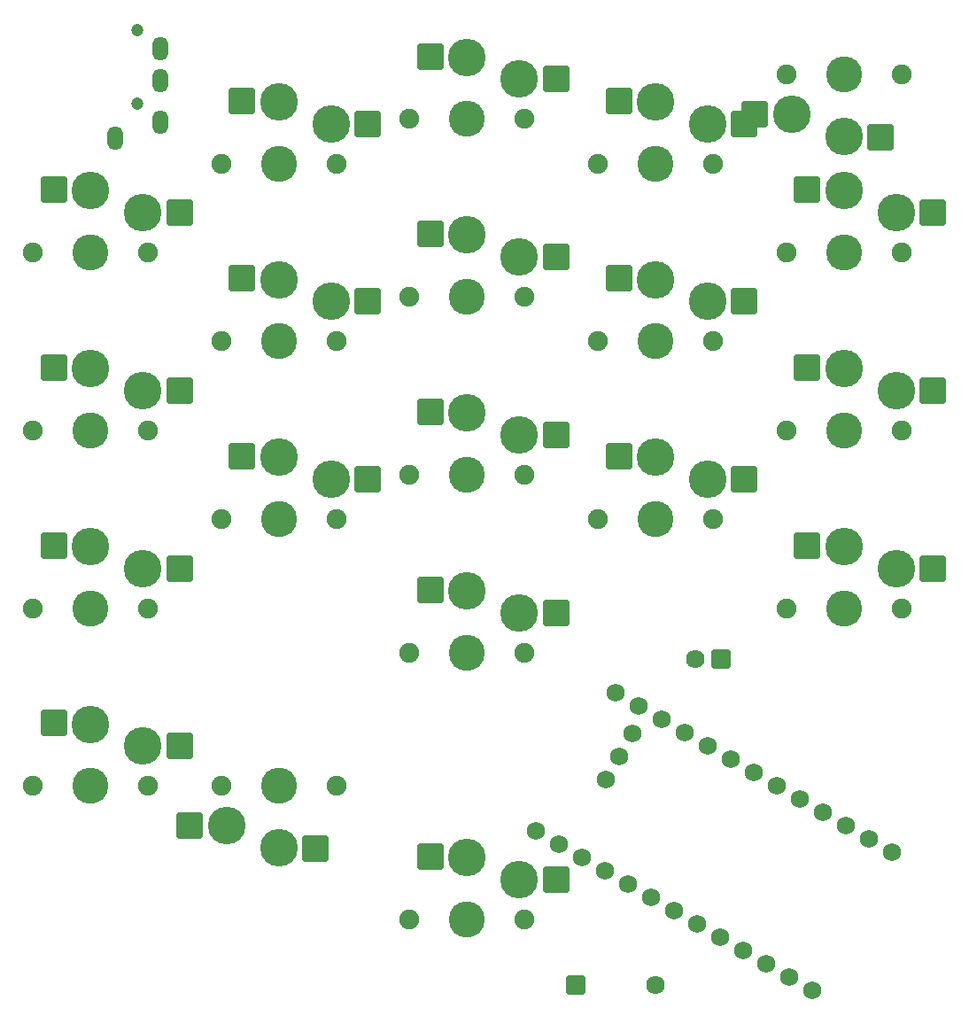
<source format=gbr>
%TF.GenerationSoftware,KiCad,Pcbnew,7.0.9-7.0.9~ubuntu22.04.1*%
%TF.CreationDate,2025-04-09T21:42:00+03:00*%
%TF.ProjectId,Keeb,4b656562-2e6b-4696-9361-645f70636258,rev?*%
%TF.SameCoordinates,Original*%
%TF.FileFunction,Soldermask,Bot*%
%TF.FilePolarity,Negative*%
%FSLAX46Y46*%
G04 Gerber Fmt 4.6, Leading zero omitted, Abs format (unit mm)*
G04 Created by KiCad (PCBNEW 7.0.9-7.0.9~ubuntu22.04.1) date 2025-04-09 21:42:00*
%MOMM*%
%LPD*%
G01*
G04 APERTURE LIST*
G04 Aperture macros list*
%AMRoundRect*
0 Rectangle with rounded corners*
0 $1 Rounding radius*
0 $2 $3 $4 $5 $6 $7 $8 $9 X,Y pos of 4 corners*
0 Add a 4 corners polygon primitive as box body*
4,1,4,$2,$3,$4,$5,$6,$7,$8,$9,$2,$3,0*
0 Add four circle primitives for the rounded corners*
1,1,$1+$1,$2,$3*
1,1,$1+$1,$4,$5*
1,1,$1+$1,$6,$7*
1,1,$1+$1,$8,$9*
0 Add four rect primitives between the rounded corners*
20,1,$1+$1,$2,$3,$4,$5,0*
20,1,$1+$1,$4,$5,$6,$7,0*
20,1,$1+$1,$6,$7,$8,$9,0*
20,1,$1+$1,$8,$9,$2,$3,0*%
G04 Aperture macros list end*
%ADD10C,1.752600*%
%ADD11C,1.900000*%
%ADD12RoundRect,0.250000X-1.025000X-1.000000X1.025000X-1.000000X1.025000X1.000000X-1.025000X1.000000X0*%
%ADD13C,3.450000*%
%ADD14C,3.600000*%
%ADD15RoundRect,0.250000X1.025000X1.000000X-1.025000X1.000000X-1.025000X-1.000000X1.025000X-1.000000X0*%
%ADD16C,1.200000*%
%ADD17O,1.500000X2.300000*%
%ADD18RoundRect,0.102000X0.790000X-0.790000X0.790000X0.790000X-0.790000X0.790000X-0.790000X-0.790000X0*%
%ADD19C,1.784000*%
%ADD20RoundRect,0.102000X-0.787500X-0.787500X0.787500X-0.787500X0.787500X0.787500X-0.787500X0.787500X0*%
%ADD21C,1.779000*%
G04 APERTURE END LIST*
D10*
%TO.C,U3*%
X188598375Y-112388830D03*
X186398670Y-111118830D03*
X184198966Y-109848830D03*
X181999261Y-108578830D03*
X179799557Y-107308830D03*
X177599852Y-106038830D03*
X175400148Y-104768830D03*
X173200443Y-103498830D03*
X171000739Y-102228830D03*
X168801034Y-100958830D03*
X166601330Y-99688830D03*
X164401625Y-98418830D03*
X156781625Y-111617058D03*
X158981330Y-112887058D03*
X161181034Y-114157058D03*
X163380739Y-115427058D03*
X165580443Y-116697058D03*
X167780148Y-117967058D03*
X169979852Y-119237058D03*
X172179557Y-120507058D03*
X174379261Y-121777058D03*
X176578966Y-123047058D03*
X178778670Y-124317058D03*
X180978375Y-125587058D03*
X183178079Y-126857058D03*
X190798079Y-113658830D03*
X165991241Y-102269535D03*
X164721241Y-104469239D03*
X163451241Y-106668944D03*
%TD*%
D11*
%TO.C,SW3*%
X180725000Y-56317944D03*
D12*
X182725000Y-50317944D03*
D13*
X186225000Y-56317944D03*
D11*
X191725000Y-56317944D03*
D12*
X194725000Y-52517944D03*
D14*
X186225000Y-50417944D03*
X191225000Y-52517944D03*
%TD*%
D11*
%TO.C,SW4*%
X180725000Y-73317944D03*
D12*
X182725000Y-67317944D03*
D13*
X186225000Y-73317944D03*
D11*
X191725000Y-73317944D03*
D12*
X194725000Y-69517944D03*
D14*
X186225000Y-67417944D03*
X191225000Y-69517944D03*
%TD*%
D11*
%TO.C,SW5*%
X180725000Y-90317944D03*
D12*
X182725000Y-84317944D03*
D13*
X186225000Y-90317944D03*
D11*
X191725000Y-90317944D03*
D12*
X194725000Y-86517944D03*
D14*
X186225000Y-84417944D03*
X191225000Y-86517944D03*
%TD*%
D11*
%TO.C,SW6*%
X162725000Y-47817944D03*
D12*
X164725000Y-41817944D03*
D13*
X168225000Y-47817944D03*
D11*
X173725000Y-47817944D03*
D12*
X176725000Y-44017944D03*
D14*
X168225000Y-41917944D03*
X173225000Y-44017944D03*
%TD*%
D11*
%TO.C,SW7*%
X162725000Y-64817944D03*
D12*
X164725000Y-58817944D03*
D13*
X168225000Y-64817944D03*
D11*
X173725000Y-64817944D03*
D12*
X176725000Y-61017944D03*
D14*
X168225000Y-58917944D03*
X173225000Y-61017944D03*
%TD*%
D11*
%TO.C,SW8*%
X162725000Y-81817944D03*
D12*
X164725000Y-75817944D03*
D13*
X168225000Y-81817944D03*
D11*
X173725000Y-81817944D03*
D12*
X176725000Y-78017944D03*
D14*
X168225000Y-75917944D03*
X173225000Y-78017944D03*
%TD*%
D11*
%TO.C,SW9*%
X144725000Y-43567944D03*
D12*
X146725000Y-37567944D03*
D13*
X150225000Y-43567944D03*
D11*
X155725000Y-43567944D03*
D12*
X158725000Y-39767944D03*
D14*
X150225000Y-37667944D03*
X155225000Y-39767944D03*
%TD*%
D11*
%TO.C,SW10*%
X144725000Y-60567944D03*
D12*
X146725000Y-54567944D03*
D13*
X150225000Y-60567944D03*
D11*
X155725000Y-60567944D03*
D12*
X158725000Y-56767944D03*
D14*
X150225000Y-54667944D03*
X155225000Y-56767944D03*
%TD*%
D11*
%TO.C,SW11*%
X144725000Y-77567944D03*
D12*
X146725000Y-71567944D03*
D13*
X150225000Y-77567944D03*
D11*
X155725000Y-77567944D03*
D12*
X158725000Y-73767944D03*
D14*
X150225000Y-71667944D03*
X155225000Y-73767944D03*
%TD*%
D11*
%TO.C,SW13*%
X126725000Y-47817944D03*
D12*
X128725000Y-41817944D03*
D13*
X132225000Y-47817944D03*
D11*
X137725000Y-47817944D03*
D12*
X140725000Y-44017944D03*
D14*
X132225000Y-41917944D03*
X137225000Y-44017944D03*
%TD*%
D11*
%TO.C,SW14*%
X126725000Y-64817944D03*
D12*
X128725000Y-58817944D03*
D13*
X132225000Y-64817944D03*
D11*
X137725000Y-64817944D03*
D12*
X140725000Y-61017944D03*
D14*
X132225000Y-58917944D03*
X137225000Y-61017944D03*
%TD*%
D11*
%TO.C,SW15*%
X126725000Y-81817944D03*
D12*
X128725000Y-75817944D03*
D13*
X132225000Y-81817944D03*
D11*
X137725000Y-81817944D03*
D12*
X140725000Y-78017944D03*
D14*
X132225000Y-75917944D03*
X137225000Y-78017944D03*
%TD*%
D11*
%TO.C,SW16*%
X137725000Y-107317944D03*
D15*
X135725000Y-113317944D03*
D13*
X132225000Y-107317944D03*
D11*
X126725000Y-107317944D03*
D15*
X123725000Y-111117944D03*
D14*
X132225000Y-113217944D03*
X127225000Y-111117944D03*
%TD*%
D11*
%TO.C,SW17*%
X108725000Y-56317944D03*
D12*
X110725000Y-50317944D03*
D13*
X114225000Y-56317944D03*
D11*
X119725000Y-56317944D03*
D12*
X122725000Y-52517944D03*
D14*
X114225000Y-50417944D03*
X119225000Y-52517944D03*
%TD*%
D11*
%TO.C,SW18*%
X108725000Y-73317944D03*
D12*
X110725000Y-67317944D03*
D13*
X114225000Y-73317944D03*
D11*
X119725000Y-73317944D03*
D12*
X122725000Y-69517944D03*
D14*
X114225000Y-67417944D03*
X119225000Y-69517944D03*
%TD*%
D11*
%TO.C,SW19*%
X108725000Y-90317944D03*
D12*
X110725000Y-84317944D03*
D13*
X114225000Y-90317944D03*
D11*
X119725000Y-90317944D03*
D12*
X122725000Y-86517944D03*
D14*
X114225000Y-84417944D03*
X119225000Y-86517944D03*
%TD*%
D11*
%TO.C,SW20*%
X108725000Y-107317944D03*
D12*
X110725000Y-101317944D03*
D13*
X114225000Y-107317944D03*
D11*
X119725000Y-107317944D03*
D12*
X122725000Y-103517944D03*
D14*
X114225000Y-101417944D03*
X119225000Y-103517944D03*
%TD*%
D11*
%TO.C,SW2*%
X191725000Y-39317944D03*
D15*
X189725000Y-45317944D03*
D13*
X186225000Y-39317944D03*
D11*
X180725000Y-39317944D03*
D15*
X177725000Y-43117944D03*
D14*
X186225000Y-45217944D03*
X181225000Y-43117944D03*
%TD*%
D11*
%TO.C,SW1*%
X144725000Y-120067944D03*
D12*
X146725000Y-114067944D03*
D13*
X150225000Y-120067944D03*
D11*
X155725000Y-120067944D03*
D12*
X158725000Y-116267944D03*
D14*
X150225000Y-114167944D03*
X155225000Y-116267944D03*
%TD*%
D16*
%TO.C,J3*%
X118725000Y-35067944D03*
X118725000Y-42067944D03*
D17*
X116575000Y-45367944D03*
X120875000Y-36867944D03*
X120875000Y-39867944D03*
X120875000Y-43867944D03*
%TD*%
D11*
%TO.C,SW12*%
X144725000Y-94567944D03*
D12*
X146725000Y-88567944D03*
D13*
X150225000Y-94567944D03*
D11*
X155725000Y-94567944D03*
D12*
X158725000Y-90767944D03*
D14*
X150225000Y-88667944D03*
X155225000Y-90767944D03*
%TD*%
D18*
%TO.C,S1*%
X160615000Y-126337944D03*
D19*
X168235000Y-126337944D03*
%TD*%
D20*
%TO.C,J2*%
X174525000Y-95167944D03*
D21*
X172025000Y-95167944D03*
%TD*%
M02*

</source>
